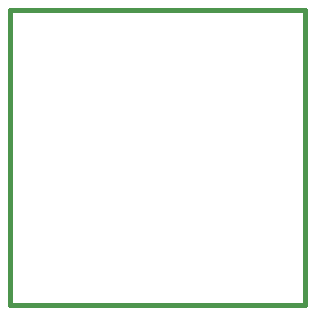
<source format=gbr>
G04 (created by PCBNEW (2012-11-23 BZR 3812)-testing) date Sun 25 Nov 2012 04:10:31 PM CET*
%MOIN*%
G04 Gerber Fmt 3.4, Leading zero omitted, Abs format*
%FSLAX34Y34*%
G01*
G70*
G90*
G04 APERTURE LIST*
%ADD10C,3.14961e-06*%
%ADD11C,0.015*%
G04 APERTURE END LIST*
G54D10*
G54D11*
X29783Y-23031D02*
X29783Y-13188D01*
X39625Y-23031D02*
X29783Y-23031D01*
X39625Y-13188D02*
X39625Y-23031D01*
X29783Y-13188D02*
X39625Y-13188D01*
M02*

</source>
